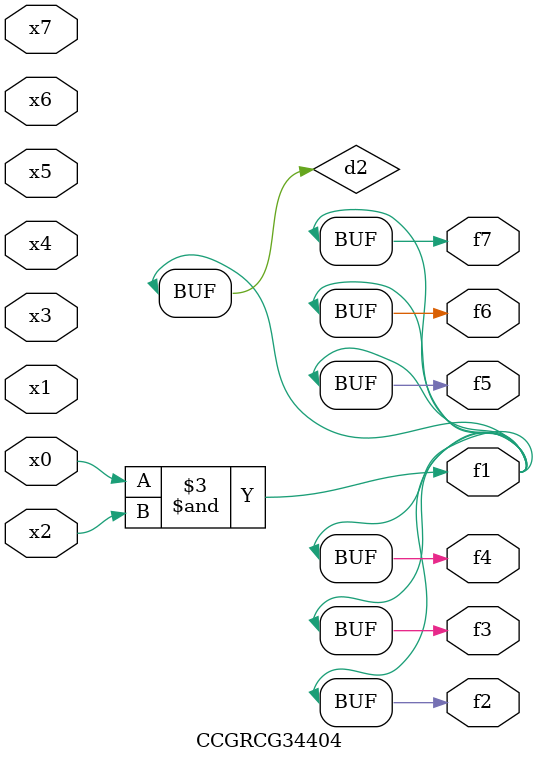
<source format=v>
module CCGRCG34404(
	input x0, x1, x2, x3, x4, x5, x6, x7,
	output f1, f2, f3, f4, f5, f6, f7
);

	wire d1, d2;

	nor (d1, x3, x6);
	and (d2, x0, x2);
	assign f1 = d2;
	assign f2 = d2;
	assign f3 = d2;
	assign f4 = d2;
	assign f5 = d2;
	assign f6 = d2;
	assign f7 = d2;
endmodule

</source>
